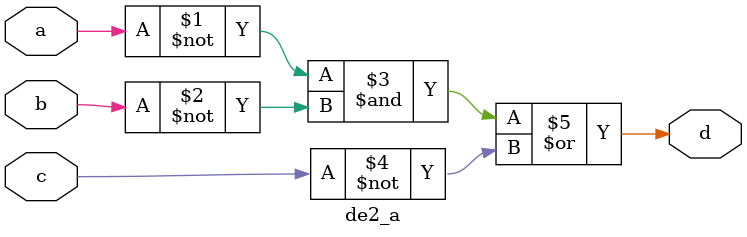
<source format=v>
`timescale 1ns / 1ps

module de2_a(
    input a, b, c,
    output d
    );
    assign d = (~a & ~b) | ~c;
endmodule
</source>
